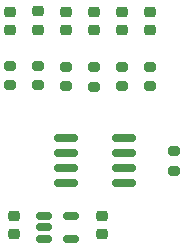
<source format=gbr>
%TF.GenerationSoftware,KiCad,Pcbnew,8.0.3*%
%TF.CreationDate,2024-06-20T18:00:43+09:00*%
%TF.ProjectId,UART-RS485 Read only,55415254-2d52-4533-9438-352052656164,rev?*%
%TF.SameCoordinates,Original*%
%TF.FileFunction,Paste,Top*%
%TF.FilePolarity,Positive*%
%FSLAX46Y46*%
G04 Gerber Fmt 4.6, Leading zero omitted, Abs format (unit mm)*
G04 Created by KiCad (PCBNEW 8.0.3) date 2024-06-20 18:00:43*
%MOMM*%
%LPD*%
G01*
G04 APERTURE LIST*
G04 Aperture macros list*
%AMRoundRect*
0 Rectangle with rounded corners*
0 $1 Rounding radius*
0 $2 $3 $4 $5 $6 $7 $8 $9 X,Y pos of 4 corners*
0 Add a 4 corners polygon primitive as box body*
4,1,4,$2,$3,$4,$5,$6,$7,$8,$9,$2,$3,0*
0 Add four circle primitives for the rounded corners*
1,1,$1+$1,$2,$3*
1,1,$1+$1,$4,$5*
1,1,$1+$1,$6,$7*
1,1,$1+$1,$8,$9*
0 Add four rect primitives between the rounded corners*
20,1,$1+$1,$2,$3,$4,$5,0*
20,1,$1+$1,$4,$5,$6,$7,0*
20,1,$1+$1,$6,$7,$8,$9,0*
20,1,$1+$1,$8,$9,$2,$3,0*%
G04 Aperture macros list end*
%ADD10RoundRect,0.218750X-0.256250X0.218750X-0.256250X-0.218750X0.256250X-0.218750X0.256250X0.218750X0*%
%ADD11RoundRect,0.200000X0.275000X-0.200000X0.275000X0.200000X-0.275000X0.200000X-0.275000X-0.200000X0*%
%ADD12RoundRect,0.150000X-0.825000X-0.150000X0.825000X-0.150000X0.825000X0.150000X-0.825000X0.150000X0*%
%ADD13RoundRect,0.150000X-0.512500X-0.150000X0.512500X-0.150000X0.512500X0.150000X-0.512500X0.150000X0*%
%ADD14RoundRect,0.225000X-0.250000X0.225000X-0.250000X-0.225000X0.250000X-0.225000X0.250000X0.225000X0*%
G04 APERTURE END LIST*
D10*
%TO.C,D6*%
X164760000Y-93232500D03*
X164760000Y-94807500D03*
%TD*%
D11*
%TO.C,R7*%
X166770000Y-106685000D03*
X166770000Y-105035000D03*
%TD*%
D10*
%TO.C,D1*%
X152900000Y-93222500D03*
X152900000Y-94797500D03*
%TD*%
D12*
%TO.C,U2*%
X157595000Y-103955000D03*
X157595000Y-105225000D03*
X157595000Y-106495000D03*
X157595000Y-107765000D03*
X162545000Y-107765000D03*
X162545000Y-106495000D03*
X162545000Y-105225000D03*
X162545000Y-103955000D03*
%TD*%
D10*
%TO.C,D4*%
X160010000Y-93220000D03*
X160010000Y-94795000D03*
%TD*%
D13*
%TO.C,U1*%
X155752500Y-110537500D03*
X155752500Y-111487500D03*
X155752500Y-112437500D03*
X158027500Y-112437500D03*
X158027500Y-110537500D03*
%TD*%
D10*
%TO.C,D5*%
X162380000Y-93220000D03*
X162380000Y-94795000D03*
%TD*%
%TO.C,D2*%
X155270000Y-93202500D03*
X155270000Y-94777500D03*
%TD*%
D11*
%TO.C,R4*%
X160010000Y-99575000D03*
X160010000Y-97925000D03*
%TD*%
%TO.C,R6*%
X164780000Y-99540000D03*
X164780000Y-97890000D03*
%TD*%
%TO.C,R2*%
X155280000Y-99460000D03*
X155280000Y-97810000D03*
%TD*%
%TO.C,R1*%
X152890000Y-99460000D03*
X152890000Y-97810000D03*
%TD*%
D14*
%TO.C,C2*%
X160660000Y-110540000D03*
X160660000Y-112090000D03*
%TD*%
D11*
%TO.C,R5*%
X162390000Y-99540000D03*
X162390000Y-97890000D03*
%TD*%
D10*
%TO.C,D3*%
X157640000Y-93232500D03*
X157640000Y-94807500D03*
%TD*%
D11*
%TO.C,R3*%
X157637500Y-99525000D03*
X157637500Y-97875000D03*
%TD*%
D14*
%TO.C,C1*%
X153210000Y-110535000D03*
X153210000Y-112085000D03*
%TD*%
M02*

</source>
